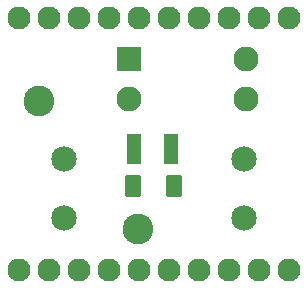
<source format=gbr>
%TF.GenerationSoftware,KiCad,Pcbnew,8.0.7*%
%TF.CreationDate,2025-01-14T17:05:08-05:00*%
%TF.ProjectId,Circuit Power Module,43697263-7569-4742-9050-6f776572204d,rev?*%
%TF.SameCoordinates,Original*%
%TF.FileFunction,Soldermask,Top*%
%TF.FilePolarity,Negative*%
%FSLAX46Y46*%
G04 Gerber Fmt 4.6, Leading zero omitted, Abs format (unit mm)*
G04 Created by KiCad (PCBNEW 8.0.7) date 2025-01-14 17:05:08*
%MOMM*%
%LPD*%
G01*
G04 APERTURE LIST*
G04 Aperture macros list*
%AMRoundRect*
0 Rectangle with rounded corners*
0 $1 Rounding radius*
0 $2 $3 $4 $5 $6 $7 $8 $9 X,Y pos of 4 corners*
0 Add a 4 corners polygon primitive as box body*
4,1,4,$2,$3,$4,$5,$6,$7,$8,$9,$2,$3,0*
0 Add four circle primitives for the rounded corners*
1,1,$1+$1,$2,$3*
1,1,$1+$1,$4,$5*
1,1,$1+$1,$6,$7*
1,1,$1+$1,$8,$9*
0 Add four rect primitives between the rounded corners*
20,1,$1+$1,$2,$3,$4,$5,0*
20,1,$1+$1,$4,$5,$6,$7,0*
20,1,$1+$1,$6,$7,$8,$9,0*
20,1,$1+$1,$8,$9,$2,$3,0*%
G04 Aperture macros list end*
%ADD10C,1.954000*%
%ADD11R,1.158800X2.550800*%
%ADD12RoundRect,0.102000X-0.555000X-0.865000X0.555000X-0.865000X0.555000X0.865000X-0.555000X0.865000X0*%
%ADD13C,2.604000*%
%ADD14C,2.154000*%
%ADD15R,2.108200X2.108200*%
%ADD16C,2.108200*%
G04 APERTURE END LIST*
D10*
%TO.C,REF\u002A\u002A*%
X69980000Y-73274150D03*
X72520000Y-73274150D03*
X75060000Y-73274150D03*
X77600000Y-73274150D03*
X80140000Y-73274150D03*
X82680000Y-73274150D03*
X85220000Y-73274150D03*
X87760000Y-73274150D03*
X90300000Y-73274150D03*
X92840000Y-73274150D03*
%TD*%
%TO.C,REF\u002A\u002A*%
X69980000Y-52004150D03*
X72520000Y-52004150D03*
X75060000Y-52004150D03*
X77600000Y-52004150D03*
X80140000Y-52004150D03*
X82680000Y-52004150D03*
X85220000Y-52004150D03*
X87760000Y-52004150D03*
X90300000Y-52004150D03*
X92840000Y-52004150D03*
%TD*%
D11*
%TO.C,C2*%
X82850000Y-63036100D03*
X79691198Y-63036100D03*
%TD*%
D12*
%TO.C,D1*%
X83080000Y-66220000D03*
X79670000Y-66220000D03*
%TD*%
D13*
%TO.C,TP1*%
X71700000Y-59000000D03*
%TD*%
D14*
%TO.C,J2*%
X89040000Y-63910000D03*
X89040000Y-68910000D03*
%TD*%
%TO.C,J1*%
X73800000Y-68910000D03*
X73800000Y-63910000D03*
%TD*%
D15*
%TO.C,F1*%
X79337000Y-55408200D03*
D16*
X79337000Y-58811800D03*
X89243000Y-58811800D03*
X89243000Y-55408200D03*
%TD*%
D13*
%TO.C,TP2*%
X80090000Y-69860000D03*
%TD*%
M02*

</source>
